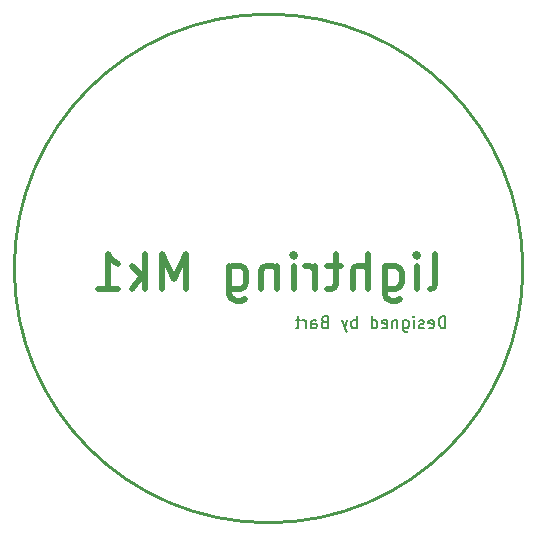
<source format=gbr>
%TF.GenerationSoftware,KiCad,Pcbnew,5.1.8-1.fc33*%
%TF.CreationDate,2020-12-06T10:48:52+01:00*%
%TF.ProjectId,base,62617365-2e6b-4696-9361-645f70636258,rev?*%
%TF.SameCoordinates,Original*%
%TF.FileFunction,Legend,Bot*%
%TF.FilePolarity,Positive*%
%FSLAX46Y46*%
G04 Gerber Fmt 4.6, Leading zero omitted, Abs format (unit mm)*
G04 Created by KiCad (PCBNEW 5.1.8-1.fc33) date 2020-12-06 10:48:52*
%MOMM*%
%LPD*%
G01*
G04 APERTURE LIST*
%ADD10C,0.150000*%
%ADD11C,0.500000*%
%ADD12C,0.250000*%
G04 APERTURE END LIST*
D10*
X144961904Y-95052380D02*
X144961904Y-94052380D01*
X144723809Y-94052380D01*
X144580952Y-94100000D01*
X144485714Y-94195238D01*
X144438095Y-94290476D01*
X144390476Y-94480952D01*
X144390476Y-94623809D01*
X144438095Y-94814285D01*
X144485714Y-94909523D01*
X144580952Y-95004761D01*
X144723809Y-95052380D01*
X144961904Y-95052380D01*
X143580952Y-95004761D02*
X143676190Y-95052380D01*
X143866666Y-95052380D01*
X143961904Y-95004761D01*
X144009523Y-94909523D01*
X144009523Y-94528571D01*
X143961904Y-94433333D01*
X143866666Y-94385714D01*
X143676190Y-94385714D01*
X143580952Y-94433333D01*
X143533333Y-94528571D01*
X143533333Y-94623809D01*
X144009523Y-94719047D01*
X143152380Y-95004761D02*
X143057142Y-95052380D01*
X142866666Y-95052380D01*
X142771428Y-95004761D01*
X142723809Y-94909523D01*
X142723809Y-94861904D01*
X142771428Y-94766666D01*
X142866666Y-94719047D01*
X143009523Y-94719047D01*
X143104761Y-94671428D01*
X143152380Y-94576190D01*
X143152380Y-94528571D01*
X143104761Y-94433333D01*
X143009523Y-94385714D01*
X142866666Y-94385714D01*
X142771428Y-94433333D01*
X142295238Y-95052380D02*
X142295238Y-94385714D01*
X142295238Y-94052380D02*
X142342857Y-94100000D01*
X142295238Y-94147619D01*
X142247619Y-94100000D01*
X142295238Y-94052380D01*
X142295238Y-94147619D01*
X141390476Y-94385714D02*
X141390476Y-95195238D01*
X141438095Y-95290476D01*
X141485714Y-95338095D01*
X141580952Y-95385714D01*
X141723809Y-95385714D01*
X141819047Y-95338095D01*
X141390476Y-95004761D02*
X141485714Y-95052380D01*
X141676190Y-95052380D01*
X141771428Y-95004761D01*
X141819047Y-94957142D01*
X141866666Y-94861904D01*
X141866666Y-94576190D01*
X141819047Y-94480952D01*
X141771428Y-94433333D01*
X141676190Y-94385714D01*
X141485714Y-94385714D01*
X141390476Y-94433333D01*
X140914285Y-94385714D02*
X140914285Y-95052380D01*
X140914285Y-94480952D02*
X140866666Y-94433333D01*
X140771428Y-94385714D01*
X140628571Y-94385714D01*
X140533333Y-94433333D01*
X140485714Y-94528571D01*
X140485714Y-95052380D01*
X139628571Y-95004761D02*
X139723809Y-95052380D01*
X139914285Y-95052380D01*
X140009523Y-95004761D01*
X140057142Y-94909523D01*
X140057142Y-94528571D01*
X140009523Y-94433333D01*
X139914285Y-94385714D01*
X139723809Y-94385714D01*
X139628571Y-94433333D01*
X139580952Y-94528571D01*
X139580952Y-94623809D01*
X140057142Y-94719047D01*
X138723809Y-95052380D02*
X138723809Y-94052380D01*
X138723809Y-95004761D02*
X138819047Y-95052380D01*
X139009523Y-95052380D01*
X139104761Y-95004761D01*
X139152380Y-94957142D01*
X139200000Y-94861904D01*
X139200000Y-94576190D01*
X139152380Y-94480952D01*
X139104761Y-94433333D01*
X139009523Y-94385714D01*
X138819047Y-94385714D01*
X138723809Y-94433333D01*
X137485714Y-95052380D02*
X137485714Y-94052380D01*
X137485714Y-94433333D02*
X137390476Y-94385714D01*
X137200000Y-94385714D01*
X137104761Y-94433333D01*
X137057142Y-94480952D01*
X137009523Y-94576190D01*
X137009523Y-94861904D01*
X137057142Y-94957142D01*
X137104761Y-95004761D01*
X137200000Y-95052380D01*
X137390476Y-95052380D01*
X137485714Y-95004761D01*
X136676190Y-94385714D02*
X136438095Y-95052380D01*
X136200000Y-94385714D02*
X136438095Y-95052380D01*
X136533333Y-95290476D01*
X136580952Y-95338095D01*
X136676190Y-95385714D01*
X134723809Y-94528571D02*
X134580952Y-94576190D01*
X134533333Y-94623809D01*
X134485714Y-94719047D01*
X134485714Y-94861904D01*
X134533333Y-94957142D01*
X134580952Y-95004761D01*
X134676190Y-95052380D01*
X135057142Y-95052380D01*
X135057142Y-94052380D01*
X134723809Y-94052380D01*
X134628571Y-94100000D01*
X134580952Y-94147619D01*
X134533333Y-94242857D01*
X134533333Y-94338095D01*
X134580952Y-94433333D01*
X134628571Y-94480952D01*
X134723809Y-94528571D01*
X135057142Y-94528571D01*
X133628571Y-95052380D02*
X133628571Y-94528571D01*
X133676190Y-94433333D01*
X133771428Y-94385714D01*
X133961904Y-94385714D01*
X134057142Y-94433333D01*
X133628571Y-95004761D02*
X133723809Y-95052380D01*
X133961904Y-95052380D01*
X134057142Y-95004761D01*
X134104761Y-94909523D01*
X134104761Y-94814285D01*
X134057142Y-94719047D01*
X133961904Y-94671428D01*
X133723809Y-94671428D01*
X133628571Y-94623809D01*
X133152380Y-95052380D02*
X133152380Y-94385714D01*
X133152380Y-94576190D02*
X133104761Y-94480952D01*
X133057142Y-94433333D01*
X132961904Y-94385714D01*
X132866666Y-94385714D01*
X132676190Y-94385714D02*
X132295238Y-94385714D01*
X132533333Y-94052380D02*
X132533333Y-94909523D01*
X132485714Y-95004761D01*
X132390476Y-95052380D01*
X132295238Y-95052380D01*
D11*
X143685714Y-91757142D02*
X143971428Y-91614285D01*
X144114285Y-91328571D01*
X144114285Y-88757142D01*
X142542857Y-91757142D02*
X142542857Y-89757142D01*
X142542857Y-88757142D02*
X142685714Y-88900000D01*
X142542857Y-89042857D01*
X142400000Y-88900000D01*
X142542857Y-88757142D01*
X142542857Y-89042857D01*
X139828571Y-89757142D02*
X139828571Y-92185714D01*
X139971428Y-92471428D01*
X140114285Y-92614285D01*
X140400000Y-92757142D01*
X140828571Y-92757142D01*
X141114285Y-92614285D01*
X139828571Y-91614285D02*
X140114285Y-91757142D01*
X140685714Y-91757142D01*
X140971428Y-91614285D01*
X141114285Y-91471428D01*
X141257142Y-91185714D01*
X141257142Y-90328571D01*
X141114285Y-90042857D01*
X140971428Y-89900000D01*
X140685714Y-89757142D01*
X140114285Y-89757142D01*
X139828571Y-89900000D01*
X138400000Y-91757142D02*
X138400000Y-88757142D01*
X137114285Y-91757142D02*
X137114285Y-90185714D01*
X137257142Y-89900000D01*
X137542857Y-89757142D01*
X137971428Y-89757142D01*
X138257142Y-89900000D01*
X138400000Y-90042857D01*
X136114285Y-89757142D02*
X134971428Y-89757142D01*
X135685714Y-88757142D02*
X135685714Y-91328571D01*
X135542857Y-91614285D01*
X135257142Y-91757142D01*
X134971428Y-91757142D01*
X133971428Y-91757142D02*
X133971428Y-89757142D01*
X133971428Y-90328571D02*
X133828571Y-90042857D01*
X133685714Y-89900000D01*
X133400000Y-89757142D01*
X133114285Y-89757142D01*
X132114285Y-91757142D02*
X132114285Y-89757142D01*
X132114285Y-88757142D02*
X132257142Y-88900000D01*
X132114285Y-89042857D01*
X131971428Y-88900000D01*
X132114285Y-88757142D01*
X132114285Y-89042857D01*
X130685714Y-89757142D02*
X130685714Y-91757142D01*
X130685714Y-90042857D02*
X130542857Y-89900000D01*
X130257142Y-89757142D01*
X129828571Y-89757142D01*
X129542857Y-89900000D01*
X129400000Y-90185714D01*
X129400000Y-91757142D01*
X126685714Y-89757142D02*
X126685714Y-92185714D01*
X126828571Y-92471428D01*
X126971428Y-92614285D01*
X127257142Y-92757142D01*
X127685714Y-92757142D01*
X127971428Y-92614285D01*
X126685714Y-91614285D02*
X126971428Y-91757142D01*
X127542857Y-91757142D01*
X127828571Y-91614285D01*
X127971428Y-91471428D01*
X128114285Y-91185714D01*
X128114285Y-90328571D01*
X127971428Y-90042857D01*
X127828571Y-89900000D01*
X127542857Y-89757142D01*
X126971428Y-89757142D01*
X126685714Y-89900000D01*
X122971428Y-91757142D02*
X122971428Y-88757142D01*
X121971428Y-90900000D01*
X120971428Y-88757142D01*
X120971428Y-91757142D01*
X119542857Y-91757142D02*
X119542857Y-88757142D01*
X119257142Y-90614285D02*
X118400000Y-91757142D01*
X118400000Y-89757142D02*
X119542857Y-90900000D01*
X115542857Y-91757142D02*
X117257142Y-91757142D01*
X116400000Y-91757142D02*
X116400000Y-88757142D01*
X116685714Y-89185714D01*
X116971428Y-89471428D01*
X117257142Y-89614285D01*
D12*
X151529515Y-90000000D02*
G75*
G03*
X151529515Y-90000000I-21529515J0D01*
G01*
M02*

</source>
